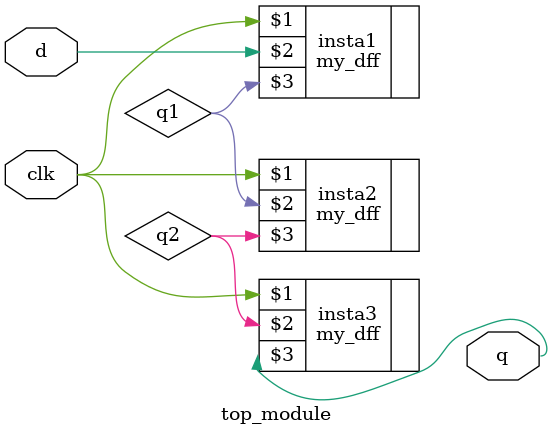
<source format=v>
module top_module ( input clk, input d, output q );

    //declare additional wire for implemented modules
	wire q1, q2;

    //three different modules and connecting them together
    my_dff insta1 (clk,d,q1);
    my_dff insta2 (clk,q1,q2);
    my_dff insta3 (clk,q2,q);
    
endmodule
</source>
